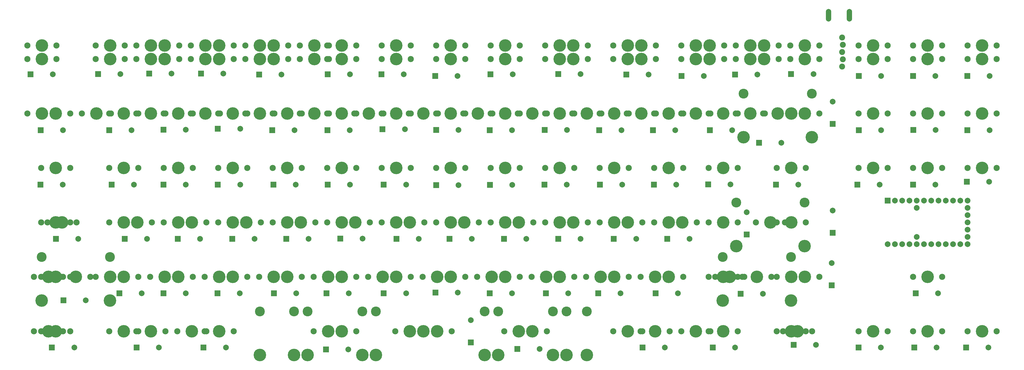
<source format=gts>
G04 #@! TF.GenerationSoftware,KiCad,Pcbnew,(5.0.0-rc2-dev-733-g23a9fcd91)*
G04 #@! TF.CreationDate,2018-09-05T17:39:11-04:00*
G04 #@! TF.ProjectId,comp1800,636F6D70313830302E6B696361645F70,rev?*
G04 #@! TF.SameCoordinates,Original*
G04 #@! TF.FileFunction,Soldermask,Top*
G04 #@! TF.FilePolarity,Negative*
%FSLAX46Y46*%
G04 Gerber Fmt 4.6, Leading zero omitted, Abs format (unit mm)*
G04 Created by KiCad (PCBNEW (5.0.0-rc2-dev-733-g23a9fcd91)) date 09/05/18 17:39:11*
%MOMM*%
%LPD*%
G01*
G04 APERTURE LIST*
%ADD10C,4.387800*%
%ADD11C,2.150000*%
%ADD12C,2.000000*%
%ADD13R,2.000000X2.000000*%
%ADD14C,3.448000*%
%ADD15C,2.082800*%
%ADD16O,1.900000X4.400000*%
G04 APERTURE END LIST*
D10*
X252412500Y-133350000D03*
D11*
X247332500Y-133350000D03*
X257492500Y-133350000D03*
X362267500Y-114300000D03*
X352107500Y-114300000D03*
D10*
X357187500Y-114300000D03*
D12*
X353377500Y-100330000D03*
X353377500Y-90170000D03*
X343217500Y-102870000D03*
X345757500Y-102870000D03*
X348297500Y-102870000D03*
X350837500Y-102870000D03*
X353377500Y-102870000D03*
X355917500Y-102870000D03*
X358457500Y-102870000D03*
X360997500Y-102870000D03*
X363537500Y-102870000D03*
X366077500Y-102870000D03*
X368617500Y-102870000D03*
X371157500Y-102870000D03*
X371157500Y-100330000D03*
X371157500Y-97790000D03*
X371157500Y-92710000D03*
X371157500Y-90170000D03*
X371157500Y-87630000D03*
X368617500Y-87630000D03*
X366077500Y-87630000D03*
X363537500Y-87630000D03*
X360997500Y-87630000D03*
X358457500Y-87630000D03*
X355917500Y-87630000D03*
X353377500Y-87630000D03*
X350837500Y-87630000D03*
X348297500Y-87630000D03*
X345757500Y-87630000D03*
D13*
X343217500Y-87630000D03*
D12*
X371157500Y-95250000D03*
D10*
X357187500Y-76200000D03*
D11*
X352107500Y-76200000D03*
X362267500Y-76200000D03*
D10*
X314325000Y-33337500D03*
D11*
X309245000Y-33337500D03*
X319405000Y-33337500D03*
D10*
X209550000Y-33337500D03*
D11*
X204470000Y-33337500D03*
X214630000Y-33337500D03*
D10*
X190500000Y-33337500D03*
D11*
X185420000Y-33337500D03*
X195580000Y-33337500D03*
D10*
X257175000Y-33337500D03*
D11*
X252095000Y-33337500D03*
X262255000Y-33337500D03*
X128905000Y-33337500D03*
X118745000Y-33337500D03*
D10*
X123825000Y-33337500D03*
X300037500Y-33337500D03*
D11*
X294957500Y-33337500D03*
X305117500Y-33337500D03*
D10*
X109537500Y-33337500D03*
D11*
X104457500Y-33337500D03*
X114617500Y-33337500D03*
D10*
X252412500Y-33337500D03*
D11*
X247332500Y-33337500D03*
X257492500Y-33337500D03*
D10*
X142875000Y-33337500D03*
D11*
X137795000Y-33337500D03*
X147955000Y-33337500D03*
X300355000Y-33337500D03*
X290195000Y-33337500D03*
D10*
X295275000Y-33337500D03*
X171450000Y-33337500D03*
D11*
X166370000Y-33337500D03*
X176530000Y-33337500D03*
D10*
X276225000Y-33337500D03*
D11*
X271145000Y-33337500D03*
X281305000Y-33337500D03*
X109855000Y-33337500D03*
X99695000Y-33337500D03*
D10*
X104775000Y-33337500D03*
X85725000Y-33337500D03*
D11*
X80645000Y-33337500D03*
X90805000Y-33337500D03*
X238442500Y-33337500D03*
X228282500Y-33337500D03*
D10*
X233362500Y-33337500D03*
X90487500Y-33337500D03*
D11*
X85407500Y-33337500D03*
X95567500Y-33337500D03*
X233680000Y-33337500D03*
X223520000Y-33337500D03*
D10*
X228600000Y-33337500D03*
D11*
X133667500Y-33337500D03*
X123507500Y-33337500D03*
D10*
X128587500Y-33337500D03*
D11*
X157480000Y-33337500D03*
X147320000Y-33337500D03*
D10*
X152400000Y-33337500D03*
X280987500Y-33337500D03*
D11*
X275907500Y-33337500D03*
X286067500Y-33337500D03*
X90805000Y-38100000D03*
X80645000Y-38100000D03*
D10*
X85725000Y-38100000D03*
X104775000Y-38100000D03*
D11*
X99695000Y-38100000D03*
X109855000Y-38100000D03*
D10*
X123825000Y-38100000D03*
D11*
X118745000Y-38100000D03*
X128905000Y-38100000D03*
X147955000Y-38100000D03*
X137795000Y-38100000D03*
D10*
X142875000Y-38100000D03*
X152400000Y-38100000D03*
D11*
X147320000Y-38100000D03*
X157480000Y-38100000D03*
X343217500Y-38100000D03*
X333057500Y-38100000D03*
D10*
X338137500Y-38100000D03*
X376237500Y-38100000D03*
D11*
X371157500Y-38100000D03*
X381317500Y-38100000D03*
D10*
X357187500Y-38100000D03*
D11*
X352107500Y-38100000D03*
X362267500Y-38100000D03*
X286067500Y-38100000D03*
X275907500Y-38100000D03*
D10*
X280987500Y-38100000D03*
X295275000Y-38100000D03*
D11*
X290195000Y-38100000D03*
X300355000Y-38100000D03*
D10*
X128587500Y-38100000D03*
D11*
X123507500Y-38100000D03*
X133667500Y-38100000D03*
X114617500Y-38100000D03*
X104457500Y-38100000D03*
D10*
X109537500Y-38100000D03*
D11*
X319405000Y-38100000D03*
X309245000Y-38100000D03*
D10*
X314325000Y-38100000D03*
D11*
X305117500Y-38100000D03*
X294957500Y-38100000D03*
D10*
X300037500Y-38100000D03*
X228600000Y-38100000D03*
D11*
X223520000Y-38100000D03*
X233680000Y-38100000D03*
D10*
X233362500Y-38100000D03*
D11*
X228282500Y-38100000D03*
X238442500Y-38100000D03*
X95567500Y-38100000D03*
X85407500Y-38100000D03*
D10*
X90487500Y-38100000D03*
D11*
X262255000Y-38100000D03*
X252095000Y-38100000D03*
D10*
X257175000Y-38100000D03*
X71437500Y-38100000D03*
D11*
X66357500Y-38100000D03*
X76517500Y-38100000D03*
X195580000Y-38100000D03*
X185420000Y-38100000D03*
D10*
X190500000Y-38100000D03*
D11*
X281305000Y-38100000D03*
X271145000Y-38100000D03*
D10*
X276225000Y-38100000D03*
D11*
X176530000Y-38100000D03*
X166370000Y-38100000D03*
D10*
X171450000Y-38100000D03*
D11*
X214630000Y-38100000D03*
X204470000Y-38100000D03*
D10*
X209550000Y-38100000D03*
D11*
X257492500Y-38100000D03*
X247332500Y-38100000D03*
D10*
X252412500Y-38100000D03*
X47625000Y-38100000D03*
D11*
X42545000Y-38100000D03*
X52705000Y-38100000D03*
X181292500Y-133350000D03*
X171132500Y-133350000D03*
D10*
X176212500Y-133350000D03*
X252412500Y-95250000D03*
D11*
X247332500Y-95250000D03*
X257492500Y-95250000D03*
D10*
X80962500Y-95250000D03*
D11*
X75882500Y-95250000D03*
X86042500Y-95250000D03*
X171767500Y-114300000D03*
X161607500Y-114300000D03*
D10*
X166687500Y-114300000D03*
X128587500Y-114300000D03*
D11*
X123507500Y-114300000D03*
X133667500Y-114300000D03*
X124142500Y-95250000D03*
X113982500Y-95250000D03*
D10*
X119062500Y-95250000D03*
D11*
X119380000Y-76200000D03*
X109220000Y-76200000D03*
D10*
X114300000Y-76200000D03*
D11*
X143192500Y-95250000D03*
X133032500Y-95250000D03*
D10*
X138112500Y-95250000D03*
D11*
X162242500Y-95250000D03*
X152082500Y-95250000D03*
D10*
X157162500Y-95250000D03*
D11*
X181292500Y-95250000D03*
X171132500Y-95250000D03*
D10*
X176212500Y-95250000D03*
D11*
X214630000Y-76200000D03*
X204470000Y-76200000D03*
D10*
X209550000Y-76200000D03*
X195262500Y-95250000D03*
D11*
X190182500Y-95250000D03*
X200342500Y-95250000D03*
D10*
X242887500Y-114300000D03*
D11*
X237807500Y-114300000D03*
X247967500Y-114300000D03*
X228917500Y-114300000D03*
X218757500Y-114300000D03*
D10*
X223837500Y-114300000D03*
X238125000Y-57150000D03*
D11*
X233045000Y-57150000D03*
X243205000Y-57150000D03*
D10*
X66675000Y-57150000D03*
D11*
X61595000Y-57150000D03*
X71755000Y-57150000D03*
X219392500Y-95250000D03*
X209232500Y-95250000D03*
D10*
X214312500Y-95250000D03*
D11*
X90805000Y-57150000D03*
X80645000Y-57150000D03*
D10*
X85725000Y-57150000D03*
X104775000Y-57150000D03*
D11*
X99695000Y-57150000D03*
X109855000Y-57150000D03*
X128905000Y-57150000D03*
X118745000Y-57150000D03*
D10*
X123825000Y-57150000D03*
D11*
X147955000Y-57150000D03*
X137795000Y-57150000D03*
D10*
X142875000Y-57150000D03*
D11*
X167005000Y-57150000D03*
X156845000Y-57150000D03*
D10*
X161925000Y-57150000D03*
D11*
X186055000Y-57150000D03*
X175895000Y-57150000D03*
D10*
X180975000Y-57150000D03*
X200025000Y-57150000D03*
D11*
X194945000Y-57150000D03*
X205105000Y-57150000D03*
X224155000Y-57150000D03*
X213995000Y-57150000D03*
D10*
X219075000Y-57150000D03*
D11*
X271780000Y-76200000D03*
X261620000Y-76200000D03*
D10*
X266700000Y-76200000D03*
X285750000Y-76200000D03*
D11*
X280670000Y-76200000D03*
X290830000Y-76200000D03*
X276542500Y-95250000D03*
X266382500Y-95250000D03*
D10*
X271462500Y-95250000D03*
X376237500Y-57150000D03*
D11*
X371157500Y-57150000D03*
X381317500Y-57150000D03*
X262255000Y-57150000D03*
X252095000Y-57150000D03*
D10*
X257175000Y-57150000D03*
D11*
X381317500Y-133350000D03*
X371157500Y-133350000D03*
D10*
X376237500Y-133350000D03*
X261937500Y-114300000D03*
D11*
X256857500Y-114300000D03*
X267017500Y-114300000D03*
D10*
X357187500Y-57150000D03*
D11*
X352107500Y-57150000D03*
X362267500Y-57150000D03*
D10*
X288012500Y-114300000D03*
D11*
X282932500Y-114300000D03*
X293092500Y-114300000D03*
D10*
X338137500Y-133350000D03*
D11*
X333057500Y-133350000D03*
X343217500Y-133350000D03*
X362267500Y-133350000D03*
X352107500Y-133350000D03*
D10*
X357187500Y-133350000D03*
X338137500Y-76200000D03*
D11*
X333057500Y-76200000D03*
X343217500Y-76200000D03*
D10*
X376237500Y-76200000D03*
D11*
X371157500Y-76200000D03*
X381317500Y-76200000D03*
D10*
X276225000Y-57150000D03*
D11*
X271145000Y-57150000D03*
X281305000Y-57150000D03*
X114617500Y-133350000D03*
X104457500Y-133350000D03*
D10*
X109537500Y-133350000D03*
X100012500Y-133350000D03*
D11*
X94932500Y-133350000D03*
X105092500Y-133350000D03*
X316865000Y-133350000D03*
X306705000Y-133350000D03*
D10*
X311785000Y-133350000D03*
D11*
X314642500Y-133350000D03*
X304482500Y-133350000D03*
D10*
X309562500Y-133350000D03*
D11*
X319405000Y-57150000D03*
X309245000Y-57150000D03*
D10*
X314325000Y-57150000D03*
X54650000Y-95250000D03*
D11*
X49570000Y-95250000D03*
X59730000Y-95250000D03*
X54967500Y-133350000D03*
X44807500Y-133350000D03*
D10*
X49887500Y-133350000D03*
X52387500Y-133350000D03*
D11*
X47307500Y-133350000D03*
X57467500Y-133350000D03*
X267017500Y-133350000D03*
X256857500Y-133350000D03*
D10*
X261937500Y-133350000D03*
X295275000Y-57150000D03*
D11*
X290195000Y-57150000D03*
X300355000Y-57150000D03*
D10*
X302300000Y-95250000D03*
D11*
X297220000Y-95250000D03*
X307380000Y-95250000D03*
D14*
X290362000Y-88265000D03*
X314238000Y-88265000D03*
D10*
X290362000Y-103505000D03*
X314238000Y-103505000D03*
D11*
X52705000Y-33337500D03*
X42545000Y-33337500D03*
D10*
X47625000Y-33337500D03*
D11*
X76517500Y-33337500D03*
X66357500Y-33337500D03*
D10*
X71437500Y-33337500D03*
D11*
X319405000Y-114300000D03*
X309245000Y-114300000D03*
D10*
X314325000Y-114300000D03*
D11*
X76517500Y-114300000D03*
X66357500Y-114300000D03*
D10*
X71437500Y-114300000D03*
X338137500Y-57150000D03*
D11*
X333057500Y-57150000D03*
X343217500Y-57150000D03*
X381317500Y-33337500D03*
X371157500Y-33337500D03*
D10*
X376237500Y-33337500D03*
X338137500Y-33337500D03*
D11*
X333057500Y-33337500D03*
X343217500Y-33337500D03*
X362267500Y-33337500D03*
X352107500Y-33337500D03*
D10*
X357187500Y-33337500D03*
X59412500Y-114300000D03*
D11*
X54332500Y-114300000D03*
X64492500Y-114300000D03*
D14*
X47474500Y-107315000D03*
X71350500Y-107315000D03*
D10*
X47474500Y-122555000D03*
X71350500Y-122555000D03*
X49887500Y-114300000D03*
D11*
X44807500Y-114300000D03*
X54967500Y-114300000D03*
D10*
X309475500Y-122555000D03*
X285599500Y-122555000D03*
D14*
X309475500Y-107315000D03*
X285599500Y-107315000D03*
D11*
X302617500Y-114300000D03*
X292457500Y-114300000D03*
D10*
X297537500Y-114300000D03*
X152400000Y-133350000D03*
D11*
X147320000Y-133350000D03*
X157480000Y-133350000D03*
D14*
X140462000Y-126365000D03*
X164338000Y-126365000D03*
D10*
X140462000Y-141605000D03*
X164338000Y-141605000D03*
X147637500Y-133350000D03*
D11*
X142557500Y-133350000D03*
X152717500Y-133350000D03*
D14*
X135699500Y-126365000D03*
X159575500Y-126365000D03*
D10*
X135699500Y-141605000D03*
X159575500Y-141605000D03*
X185737500Y-133350000D03*
D11*
X180657500Y-133350000D03*
X190817500Y-133350000D03*
D10*
X214312500Y-133350000D03*
D11*
X209232500Y-133350000D03*
X219392500Y-133350000D03*
D14*
X202374500Y-126365000D03*
X226250500Y-126365000D03*
D10*
X202374500Y-141605000D03*
X226250500Y-141605000D03*
X231013000Y-141605000D03*
X207137000Y-141605000D03*
D14*
X231013000Y-126365000D03*
X207137000Y-126365000D03*
D11*
X224155000Y-133350000D03*
X213995000Y-133350000D03*
D10*
X219075000Y-133350000D03*
X52387500Y-76200000D03*
D11*
X47307500Y-76200000D03*
X57467500Y-76200000D03*
D10*
X47625000Y-57150000D03*
D11*
X42545000Y-57150000D03*
X52705000Y-57150000D03*
D10*
X85725000Y-133350000D03*
D11*
X80645000Y-133350000D03*
X90805000Y-133350000D03*
D10*
X76200000Y-133350000D03*
D11*
X71120000Y-133350000D03*
X81280000Y-133350000D03*
D10*
X276225000Y-133350000D03*
D11*
X271145000Y-133350000D03*
X281305000Y-133350000D03*
X290830000Y-133350000D03*
X280670000Y-133350000D03*
D10*
X285750000Y-133350000D03*
D11*
X238442500Y-95250000D03*
X228282500Y-95250000D03*
D10*
X233362500Y-95250000D03*
X204787500Y-114300000D03*
D11*
X199707500Y-114300000D03*
X209867500Y-114300000D03*
X190817500Y-114300000D03*
X180657500Y-114300000D03*
D10*
X185737500Y-114300000D03*
X228600000Y-76200000D03*
D11*
X223520000Y-76200000D03*
X233680000Y-76200000D03*
X81280000Y-76200000D03*
X71120000Y-76200000D03*
D10*
X76200000Y-76200000D03*
D11*
X138430000Y-76200000D03*
X128270000Y-76200000D03*
D10*
X133350000Y-76200000D03*
X100012500Y-95250000D03*
D11*
X94932500Y-95250000D03*
X105092500Y-95250000D03*
X157480000Y-76200000D03*
X147320000Y-76200000D03*
D10*
X152400000Y-76200000D03*
D11*
X195580000Y-76200000D03*
X185420000Y-76200000D03*
D10*
X190500000Y-76200000D03*
D11*
X152717500Y-114300000D03*
X142557500Y-114300000D03*
D10*
X147637500Y-114300000D03*
D11*
X100330000Y-76200000D03*
X90170000Y-76200000D03*
D10*
X95250000Y-76200000D03*
D11*
X114617500Y-114300000D03*
X104457500Y-114300000D03*
D10*
X109537500Y-114300000D03*
D11*
X176530000Y-76200000D03*
X166370000Y-76200000D03*
D10*
X171450000Y-76200000D03*
X90487500Y-114300000D03*
D11*
X85407500Y-114300000D03*
X95567500Y-114300000D03*
D10*
X247650000Y-76200000D03*
D11*
X242570000Y-76200000D03*
X252730000Y-76200000D03*
D10*
X309562500Y-76200000D03*
D11*
X304482500Y-76200000D03*
X314642500Y-76200000D03*
X252730000Y-95250000D03*
X242570000Y-95250000D03*
D10*
X247650000Y-95250000D03*
D11*
X81280000Y-95250000D03*
X71120000Y-95250000D03*
D10*
X76200000Y-95250000D03*
D11*
X176530000Y-114300000D03*
X166370000Y-114300000D03*
D10*
X171450000Y-114300000D03*
D11*
X138430000Y-114300000D03*
X128270000Y-114300000D03*
D10*
X133350000Y-114300000D03*
X114300000Y-95250000D03*
D11*
X109220000Y-95250000D03*
X119380000Y-95250000D03*
X138430000Y-95250000D03*
X128270000Y-95250000D03*
D10*
X133350000Y-95250000D03*
X152400000Y-95250000D03*
D11*
X147320000Y-95250000D03*
X157480000Y-95250000D03*
X176530000Y-95250000D03*
X166370000Y-95250000D03*
D10*
X171450000Y-95250000D03*
D11*
X195580000Y-95250000D03*
X185420000Y-95250000D03*
D10*
X190500000Y-95250000D03*
X247650000Y-114300000D03*
D11*
X242570000Y-114300000D03*
X252730000Y-114300000D03*
X233680000Y-114300000D03*
X223520000Y-114300000D03*
D10*
X228600000Y-114300000D03*
X209550000Y-95250000D03*
D11*
X204470000Y-95250000D03*
X214630000Y-95250000D03*
D10*
X76200000Y-57150000D03*
D11*
X71120000Y-57150000D03*
X81280000Y-57150000D03*
X100330000Y-57150000D03*
X90170000Y-57150000D03*
D10*
X95250000Y-57150000D03*
X114300000Y-57150000D03*
D11*
X109220000Y-57150000D03*
X119380000Y-57150000D03*
X138430000Y-57150000D03*
X128270000Y-57150000D03*
D10*
X133350000Y-57150000D03*
X152400000Y-57150000D03*
D11*
X147320000Y-57150000D03*
X157480000Y-57150000D03*
X176530000Y-57150000D03*
X166370000Y-57150000D03*
D10*
X171450000Y-57150000D03*
X190500000Y-57150000D03*
D11*
X185420000Y-57150000D03*
X195580000Y-57150000D03*
X214630000Y-57150000D03*
X204470000Y-57150000D03*
D10*
X209550000Y-57150000D03*
X228600000Y-57150000D03*
D11*
X223520000Y-57150000D03*
X233680000Y-57150000D03*
X252730000Y-57150000D03*
X242570000Y-57150000D03*
D10*
X247650000Y-57150000D03*
D11*
X271780000Y-95250000D03*
X261620000Y-95250000D03*
D10*
X266700000Y-95250000D03*
X266700000Y-57150000D03*
D11*
X261620000Y-57150000D03*
X271780000Y-57150000D03*
X271780000Y-114300000D03*
X261620000Y-114300000D03*
D10*
X266700000Y-114300000D03*
D11*
X290830000Y-57150000D03*
X280670000Y-57150000D03*
D10*
X285750000Y-57150000D03*
X309562500Y-57150000D03*
D11*
X304482500Y-57150000D03*
X314642500Y-57150000D03*
X57467500Y-95250000D03*
X47307500Y-95250000D03*
D10*
X52387500Y-95250000D03*
D11*
X314642500Y-95250000D03*
X304482500Y-95250000D03*
D10*
X309562500Y-95250000D03*
X285750000Y-114300000D03*
D11*
X280670000Y-114300000D03*
X290830000Y-114300000D03*
D10*
X309562500Y-114300000D03*
D11*
X304482500Y-114300000D03*
X314642500Y-114300000D03*
D10*
X76200000Y-114300000D03*
D11*
X71120000Y-114300000D03*
X81280000Y-114300000D03*
D10*
X52387500Y-114300000D03*
D11*
X57467500Y-114300000D03*
X47307500Y-114300000D03*
X57467500Y-57150000D03*
X47307500Y-57150000D03*
D10*
X52387500Y-57150000D03*
X228600000Y-95250000D03*
D11*
X223520000Y-95250000D03*
X233680000Y-95250000D03*
X214630000Y-114300000D03*
X204470000Y-114300000D03*
D10*
X209550000Y-114300000D03*
X190500000Y-114300000D03*
D11*
X185420000Y-114300000D03*
X195580000Y-114300000D03*
D10*
X95250000Y-95250000D03*
D11*
X90170000Y-95250000D03*
X100330000Y-95250000D03*
X157480000Y-114300000D03*
X147320000Y-114300000D03*
D10*
X152400000Y-114300000D03*
X114300000Y-114300000D03*
D11*
X109220000Y-114300000D03*
X119380000Y-114300000D03*
X100330000Y-114300000D03*
X90170000Y-114300000D03*
D10*
X95250000Y-114300000D03*
D11*
X290830000Y-95250000D03*
X280670000Y-95250000D03*
D10*
X285750000Y-95250000D03*
D12*
X51400000Y-43400000D03*
D13*
X43600000Y-43400000D03*
X67200000Y-43300000D03*
D12*
X75000000Y-43300000D03*
D13*
X85100000Y-43200000D03*
D12*
X92900000Y-43200000D03*
D13*
X103225000Y-43200000D03*
D12*
X111025000Y-43200000D03*
X131300000Y-43500000D03*
D13*
X123500000Y-43500000D03*
D12*
X155300000Y-43400000D03*
D13*
X147500000Y-43400000D03*
D12*
X174100000Y-43400000D03*
D13*
X166300000Y-43400000D03*
X185100000Y-44000000D03*
D12*
X192900000Y-44000000D03*
D13*
X204400000Y-43400000D03*
D12*
X212200000Y-43400000D03*
D13*
X228100000Y-43300000D03*
D12*
X235900000Y-43300000D03*
D13*
X251900000Y-43500000D03*
D12*
X259700000Y-43500000D03*
D13*
X271200000Y-44000000D03*
D12*
X279000000Y-44000000D03*
X297725000Y-43500000D03*
D13*
X289925000Y-43500000D03*
X309500000Y-43300000D03*
D12*
X317300000Y-43300000D03*
D13*
X333200000Y-44000000D03*
D12*
X341000000Y-44000000D03*
X359900000Y-44000000D03*
D13*
X352100000Y-44000000D03*
D12*
X378900000Y-44000000D03*
D13*
X371100000Y-44000000D03*
D12*
X324000000Y-91100000D03*
D13*
X324000000Y-98900000D03*
X47200000Y-63000000D03*
D12*
X55000000Y-63000000D03*
X78900000Y-63000000D03*
D13*
X71100000Y-63000000D03*
D12*
X97900000Y-62800000D03*
D13*
X90100000Y-62800000D03*
X109100000Y-62500000D03*
D12*
X116900000Y-62500000D03*
X135900000Y-63000000D03*
D13*
X128100000Y-63000000D03*
X147400000Y-63000000D03*
D12*
X155200000Y-63000000D03*
X174475000Y-62600000D03*
D13*
X166675000Y-62600000D03*
D12*
X193225000Y-62900000D03*
D13*
X185425000Y-62900000D03*
X204100000Y-63000000D03*
D12*
X211900000Y-63000000D03*
D13*
X223325000Y-62900000D03*
D12*
X231125000Y-62900000D03*
D13*
X242400000Y-63000000D03*
D12*
X250200000Y-63000000D03*
X269000000Y-63000000D03*
D13*
X261200000Y-63000000D03*
D12*
X288900000Y-63000000D03*
D13*
X281100000Y-63000000D03*
X324000000Y-60800000D03*
D12*
X324000000Y-53000000D03*
D13*
X298275000Y-67400000D03*
D12*
X306075000Y-67400000D03*
D13*
X333200000Y-63000000D03*
D12*
X341000000Y-63000000D03*
X360000000Y-62900000D03*
D13*
X352200000Y-62900000D03*
X371100000Y-63000000D03*
D12*
X378900000Y-63000000D03*
D13*
X323700000Y-117225000D03*
D12*
X323700000Y-109425000D03*
X54900000Y-82000000D03*
D13*
X47100000Y-82000000D03*
D12*
X79800000Y-82000000D03*
D13*
X72000000Y-82000000D03*
D12*
X97900000Y-82000000D03*
D13*
X90100000Y-82000000D03*
X109100000Y-82000000D03*
D12*
X116900000Y-82000000D03*
X136325000Y-82000000D03*
D13*
X128525000Y-82000000D03*
X147525000Y-82000000D03*
D12*
X155325000Y-82000000D03*
D13*
X167100000Y-82000000D03*
D12*
X174900000Y-82000000D03*
D13*
X185400000Y-82200000D03*
D12*
X193200000Y-82200000D03*
X212025000Y-82100000D03*
D13*
X204225000Y-82100000D03*
X223300000Y-82000000D03*
D12*
X231100000Y-82000000D03*
X250475000Y-82000000D03*
D13*
X242675000Y-82000000D03*
X261525000Y-82000000D03*
D12*
X269325000Y-82000000D03*
X288300000Y-81900000D03*
D13*
X280500000Y-81900000D03*
X304200000Y-82000000D03*
D12*
X312000000Y-82000000D03*
D13*
X332675000Y-82000000D03*
D12*
X340475000Y-82000000D03*
D13*
X352100000Y-82000000D03*
D12*
X359900000Y-82000000D03*
X378700000Y-81000000D03*
D13*
X370900000Y-81000000D03*
D12*
X60325000Y-101000000D03*
D13*
X52525000Y-101000000D03*
D12*
X84325000Y-101000000D03*
D13*
X76525000Y-101000000D03*
X95100000Y-101000000D03*
D12*
X102900000Y-101000000D03*
X121900000Y-101000000D03*
D13*
X114100000Y-101000000D03*
X133000000Y-101000000D03*
D12*
X140800000Y-101000000D03*
X159700000Y-100900000D03*
D13*
X151900000Y-100900000D03*
D12*
X179325000Y-101000000D03*
D13*
X171525000Y-101000000D03*
X190100000Y-101000000D03*
D12*
X197900000Y-101000000D03*
D13*
X209100000Y-101000000D03*
D12*
X216900000Y-101000000D03*
X235900000Y-101000000D03*
D13*
X228100000Y-101000000D03*
D12*
X255325000Y-101000000D03*
D13*
X247525000Y-101000000D03*
X266200000Y-101000000D03*
D12*
X274000000Y-101000000D03*
X294000000Y-91675000D03*
D13*
X294000000Y-99475000D03*
X55150000Y-122525000D03*
D12*
X62950000Y-122525000D03*
X82475000Y-120000000D03*
D13*
X74675000Y-120000000D03*
D12*
X97900000Y-120000000D03*
D13*
X90100000Y-120000000D03*
X109000000Y-120000000D03*
D12*
X116800000Y-120000000D03*
D13*
X128675000Y-120000000D03*
D12*
X136475000Y-120000000D03*
X154900000Y-120000000D03*
D13*
X147100000Y-120000000D03*
D12*
X174900000Y-120000000D03*
D13*
X167100000Y-120000000D03*
X185200000Y-119800000D03*
D12*
X193000000Y-119800000D03*
X211900000Y-120000000D03*
D13*
X204100000Y-120000000D03*
D12*
X231600000Y-120000000D03*
D13*
X223800000Y-120000000D03*
X242100000Y-120000000D03*
D12*
X249900000Y-120000000D03*
X269900000Y-120000000D03*
D13*
X262100000Y-120000000D03*
X291850000Y-120200000D03*
D12*
X299650000Y-120200000D03*
X360900000Y-120000000D03*
D13*
X353100000Y-120000000D03*
X51100000Y-139000000D03*
D12*
X58900000Y-139000000D03*
X88475000Y-139000000D03*
D13*
X80675000Y-139000000D03*
D12*
X111900000Y-139000000D03*
D13*
X104100000Y-139000000D03*
D12*
X154725000Y-139700000D03*
D13*
X146925000Y-139700000D03*
X197500000Y-137200000D03*
D12*
X197500000Y-129400000D03*
D13*
X213825000Y-139500000D03*
D12*
X221625000Y-139500000D03*
X265325000Y-139000000D03*
D13*
X257525000Y-139000000D03*
X282100000Y-139000000D03*
D12*
X289900000Y-139000000D03*
X318225000Y-138112500D03*
D13*
X310425000Y-138112500D03*
X333100000Y-139000000D03*
D12*
X340900000Y-139000000D03*
X360325000Y-139000000D03*
D13*
X352525000Y-139000000D03*
X370675000Y-139000000D03*
D12*
X378475000Y-139000000D03*
D10*
X180975000Y-133350000D03*
D11*
X186055000Y-133350000D03*
X175895000Y-133350000D03*
D14*
X238125000Y-126365000D03*
X123825000Y-126365000D03*
D10*
X238125000Y-141605000D03*
X123825000Y-141605000D03*
X304800000Y-57150000D03*
D11*
X309880000Y-57150000D03*
X299720000Y-57150000D03*
D14*
X316738000Y-50165000D03*
X292862000Y-50165000D03*
D10*
X316738000Y-65405000D03*
X292862000Y-65405000D03*
D15*
X327296000Y-40720000D03*
X327550000Y-38180000D03*
X327296000Y-35640000D03*
X327550000Y-33100000D03*
X327296000Y-30560000D03*
D16*
X322550000Y-22730000D03*
X329850000Y-22730000D03*
M02*

</source>
